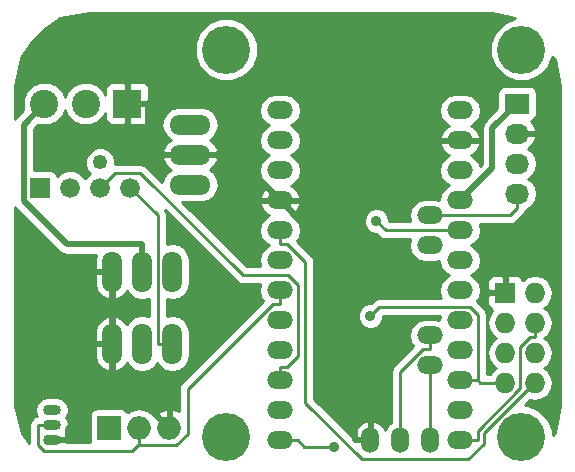
<source format=gbl>
G04 #@! TF.FileFunction,Copper,L2,Bot,Signal*
%FSLAX46Y46*%
G04 Gerber Fmt 4.6, Leading zero omitted, Abs format (unit mm)*
G04 Created by KiCad (PCBNEW 4.0.2-stable) date Samedi 23 avril 2016 19:09:36*
%MOMM*%
G01*
G04 APERTURE LIST*
%ADD10C,0.100000*%
%ADD11O,2.199640X1.501140*%
%ADD12O,1.501140X2.199640*%
%ADD13C,4.064000*%
%ADD14O,1.699260X3.500120*%
%ADD15O,3.500120X1.699260*%
%ADD16O,1.501140X0.899160*%
%ADD17O,1.727200X1.727200*%
%ADD18R,1.727200X1.727200*%
%ADD19R,2.032000X1.727200*%
%ADD20O,2.032000X1.727200*%
%ADD21R,1.676400X1.676400*%
%ADD22C,1.676400*%
%ADD23C,1.250000*%
%ADD24O,1.998980X1.998980*%
%ADD25R,1.998980X1.998980*%
%ADD26C,2.400000*%
%ADD27R,2.400000X2.400000*%
%ADD28C,0.889000*%
%ADD29C,0.508000*%
%ADD30C,0.254000*%
G04 APERTURE END LIST*
D10*
D11*
X156202000Y-61536000D03*
X156202000Y-64076000D03*
X143502000Y-42486000D03*
X143502000Y-45026000D03*
X143502000Y-47566000D03*
X143502000Y-50106000D03*
X143502000Y-52646000D03*
X143502000Y-55186000D03*
X143502000Y-57726000D03*
X143502000Y-60266000D03*
X143502000Y-62806000D03*
X143502000Y-65346000D03*
X143502000Y-67886000D03*
X143502000Y-70426000D03*
X158742000Y-70426000D03*
X158742000Y-67886000D03*
X158742000Y-65346000D03*
X158742000Y-62806000D03*
X158742000Y-60266000D03*
X158742000Y-57726000D03*
X158742000Y-55186000D03*
X158742000Y-52646000D03*
X158742000Y-50106000D03*
X158742000Y-47566000D03*
X158742000Y-45026000D03*
X158742000Y-42486000D03*
X156202000Y-53916000D03*
X156202000Y-51376000D03*
D12*
X156202000Y-70426000D03*
X153662000Y-70426000D03*
X151122000Y-70426000D03*
D13*
X163938000Y-37338000D03*
X138938000Y-37338000D03*
D14*
X131826000Y-56134000D03*
X134366000Y-56134000D03*
X129286000Y-56134000D03*
X131826000Y-62230000D03*
X134366000Y-62230000D03*
X129286000Y-62230000D03*
D15*
X135890000Y-46228000D03*
X135890000Y-43688000D03*
X135890000Y-48768000D03*
D16*
X124206000Y-69088000D03*
X124206000Y-67818000D03*
X124206000Y-70358000D03*
D13*
X138938000Y-70104000D03*
X163938000Y-70104000D03*
D17*
X162560000Y-65532000D03*
X165100000Y-65532000D03*
X162560000Y-62992000D03*
X165100000Y-62992000D03*
X162560000Y-60452000D03*
X165100000Y-60452000D03*
D18*
X162560000Y-57912000D03*
D17*
X165100000Y-57912000D03*
D19*
X163576000Y-41910000D03*
D20*
X163576000Y-44450000D03*
X163576000Y-46990000D03*
X163576000Y-49530000D03*
D21*
X123190000Y-49022000D03*
D22*
X125730000Y-49022000D03*
X128270000Y-49022000D03*
X130810000Y-49022000D03*
D23*
X128270000Y-46862000D03*
D24*
X134112000Y-69342000D03*
D25*
X129032000Y-69342000D03*
D24*
X131572000Y-69342000D03*
D26*
X127056000Y-41910000D03*
X123556000Y-41910000D03*
D27*
X130556000Y-41910000D03*
D28*
X148111900Y-70970000D03*
X151161600Y-59884700D03*
X151667600Y-51858400D03*
D29*
X161484900Y-44001100D02*
X163576000Y-41910000D01*
X161484900Y-47363100D02*
X161484900Y-44001100D01*
X158742000Y-50106000D02*
X161484900Y-47363100D01*
X132315100Y-44962300D02*
X133580800Y-46228000D01*
X132315100Y-41910000D02*
X132315100Y-44962300D01*
X130556000Y-41910000D02*
X132315100Y-41910000D01*
X135890000Y-46228000D02*
X133580800Y-46228000D01*
X139624000Y-46228000D02*
X143502000Y-50106000D01*
X135890000Y-46228000D02*
X139624000Y-46228000D01*
X149812300Y-56416300D02*
X149812300Y-70426000D01*
X143502000Y-50106000D02*
X149812300Y-56416300D01*
X151122000Y-70426000D02*
X149812300Y-70426000D01*
X129286000Y-56134000D02*
X129286000Y-62230000D01*
X129286000Y-62230000D02*
X129286000Y-64539200D01*
X124206000Y-70358000D02*
X125515700Y-70358000D01*
X129286000Y-64539200D02*
X129853000Y-65106200D01*
X129876200Y-65106200D02*
X129853000Y-65106200D01*
X134112000Y-69342000D02*
X129876200Y-65106200D01*
X125515700Y-69443500D02*
X125515700Y-70358000D01*
X129853000Y-65106200D02*
X125515700Y-69443500D01*
D30*
X155588300Y-62667900D02*
X156202000Y-62667900D01*
X153662000Y-64594200D02*
X155588300Y-62667900D01*
X153662000Y-70426000D02*
X153662000Y-64594200D01*
X156202000Y-61536000D02*
X156202000Y-62667900D01*
X156202000Y-70426000D02*
X156202000Y-64076000D01*
X144115700Y-53777900D02*
X143502000Y-53777900D01*
X145654200Y-55316400D02*
X144115700Y-53777900D01*
X145654200Y-67244300D02*
X145654200Y-55316400D01*
X150425300Y-72015400D02*
X145654200Y-67244300D01*
X159442300Y-72015400D02*
X150425300Y-72015400D01*
X160769600Y-70688100D02*
X159442300Y-72015400D01*
X160769600Y-69804000D02*
X160769600Y-70688100D01*
X165041600Y-65532000D02*
X160769600Y-69804000D01*
X165100000Y-65532000D02*
X165041600Y-65532000D01*
X143502000Y-52646000D02*
X143502000Y-53777900D01*
X133135100Y-51347100D02*
X130810000Y-49022000D01*
X133135100Y-62230000D02*
X133135100Y-51347100D01*
X134366000Y-62230000D02*
X133135100Y-62230000D01*
X144115700Y-64214100D02*
X143502000Y-64214100D01*
X145027900Y-63301900D02*
X144115700Y-64214100D01*
X145027900Y-57300300D02*
X145027900Y-63301900D01*
X144183600Y-56456000D02*
X145027900Y-57300300D01*
X140360300Y-56456000D02*
X144183600Y-56456000D01*
X131678000Y-47773700D02*
X140360300Y-56456000D01*
X129518300Y-47773700D02*
X131678000Y-47773700D01*
X128270000Y-49022000D02*
X129518300Y-47773700D01*
X143502000Y-65346000D02*
X143502000Y-64214100D01*
X143502000Y-70426000D02*
X144983200Y-70426000D01*
X145527200Y-70970000D02*
X144983200Y-70426000D01*
X148111900Y-70970000D02*
X145527200Y-70970000D01*
X160223200Y-69631400D02*
X160223200Y-70426000D01*
X163855100Y-65999500D02*
X160223200Y-69631400D01*
X163855100Y-62474900D02*
X163855100Y-65999500D01*
X164633100Y-61696900D02*
X163855100Y-62474900D01*
X165100000Y-61696900D02*
X164633100Y-61696900D01*
X165100000Y-60452000D02*
X165100000Y-61696900D01*
X158742000Y-70426000D02*
X160223200Y-70426000D01*
X158742000Y-65346000D02*
X160223200Y-65346000D01*
X160409200Y-65532000D02*
X160223200Y-65346000D01*
X162560000Y-65532000D02*
X160409200Y-65532000D01*
X151923100Y-59123200D02*
X151161600Y-59884700D01*
X159571100Y-59123200D02*
X151923100Y-59123200D01*
X160223200Y-59775300D02*
X159571100Y-59123200D01*
X160223200Y-65346000D02*
X160223200Y-59775300D01*
X152455200Y-52646000D02*
X158742000Y-52646000D01*
X151667600Y-51858400D02*
X152455200Y-52646000D01*
D29*
X125443700Y-53824800D02*
X131826000Y-53824800D01*
X121792600Y-50173700D02*
X125443700Y-53824800D01*
X121792600Y-43673400D02*
X121792600Y-50173700D01*
X123556000Y-41910000D02*
X121792600Y-43673400D01*
X131826000Y-56134000D02*
X131826000Y-53824800D01*
D30*
X131572000Y-69342000D02*
X131572000Y-70695000D01*
X143502000Y-57726000D02*
X143502000Y-58857900D01*
X131688700Y-70811700D02*
X131572000Y-70695000D01*
X134733200Y-70811700D02*
X131688700Y-70811700D01*
X135689300Y-69855600D02*
X134733200Y-70811700D01*
X135689300Y-66104600D02*
X135689300Y-69855600D01*
X142936000Y-58857900D02*
X135689300Y-66104600D01*
X143502000Y-58857900D02*
X142936000Y-58857900D01*
X124206000Y-69088000D02*
X123074100Y-69088000D01*
X123011900Y-69150200D02*
X123074100Y-69088000D01*
X123011900Y-70768500D02*
X123011900Y-69150200D01*
X123530600Y-71287200D02*
X123011900Y-70768500D01*
X130979800Y-71287200D02*
X123530600Y-71287200D01*
X131572000Y-70695000D02*
X130979800Y-71287200D01*
X163576000Y-49530000D02*
X163576000Y-50774900D01*
X162974900Y-51376000D02*
X156202000Y-51376000D01*
X163576000Y-50774900D02*
X162974900Y-51376000D01*
G36*
X121163982Y-50802318D02*
X124815082Y-54453418D01*
X125103494Y-54646129D01*
X125443700Y-54713800D01*
X127915030Y-54713800D01*
X127801370Y-55106570D01*
X127801370Y-56007000D01*
X129159000Y-56007000D01*
X129159000Y-55987000D01*
X129413000Y-55987000D01*
X129413000Y-56007000D01*
X129433000Y-56007000D01*
X129433000Y-56261000D01*
X129413000Y-56261000D01*
X129413000Y-58354214D01*
X129642832Y-58475540D01*
X129736810Y-58454649D01*
X130245989Y-58174024D01*
X130550484Y-57793127D01*
X130776208Y-58130948D01*
X131257857Y-58452775D01*
X131826000Y-58565786D01*
X132373100Y-58456961D01*
X132373100Y-59907039D01*
X131826000Y-59798214D01*
X131257857Y-59911225D01*
X130776208Y-60233052D01*
X130550484Y-60570873D01*
X130245989Y-60189976D01*
X129736810Y-59909351D01*
X129642832Y-59888460D01*
X129413000Y-60009786D01*
X129413000Y-62103000D01*
X129433000Y-62103000D01*
X129433000Y-62357000D01*
X129413000Y-62357000D01*
X129413000Y-64450214D01*
X129642832Y-64571540D01*
X129736810Y-64550649D01*
X130245989Y-64270024D01*
X130550484Y-63889127D01*
X130776208Y-64226948D01*
X131257857Y-64548775D01*
X131826000Y-64661786D01*
X132394143Y-64548775D01*
X132875792Y-64226948D01*
X133096000Y-63897383D01*
X133316208Y-64226948D01*
X133797857Y-64548775D01*
X134366000Y-64661786D01*
X134934143Y-64548775D01*
X135415792Y-64226948D01*
X135737619Y-63745299D01*
X135850630Y-63177156D01*
X135850630Y-61282844D01*
X135737619Y-60714701D01*
X135415792Y-60233052D01*
X134934143Y-59911225D01*
X134366000Y-59798214D01*
X133897100Y-59891484D01*
X133897100Y-58472516D01*
X134366000Y-58565786D01*
X134934143Y-58452775D01*
X135415792Y-58130948D01*
X135737619Y-57649299D01*
X135850630Y-57081156D01*
X135850630Y-55186844D01*
X135737619Y-54618701D01*
X135415792Y-54137052D01*
X134934143Y-53815225D01*
X134366000Y-53702214D01*
X133897100Y-53795484D01*
X133897100Y-51347100D01*
X133839096Y-51055495D01*
X133752369Y-50925699D01*
X139821484Y-56994815D01*
X139950703Y-57081156D01*
X140068695Y-57159996D01*
X140360300Y-57218000D01*
X141834240Y-57218000D01*
X141733193Y-57726000D01*
X141838663Y-58256235D01*
X142087550Y-58628720D01*
X135150485Y-65565785D01*
X134985304Y-65812995D01*
X134927300Y-66104600D01*
X134927300Y-67952484D01*
X134492355Y-67752373D01*
X134239000Y-67871193D01*
X134239000Y-69215000D01*
X134259000Y-69215000D01*
X134259000Y-69469000D01*
X134239000Y-69469000D01*
X134239000Y-69489000D01*
X133985000Y-69489000D01*
X133985000Y-69469000D01*
X133965000Y-69469000D01*
X133965000Y-69215000D01*
X133985000Y-69215000D01*
X133985000Y-67871193D01*
X133731645Y-67752373D01*
X133152274Y-68018932D01*
X132859379Y-68335300D01*
X132759781Y-68186241D01*
X132229514Y-67831928D01*
X131604022Y-67707510D01*
X131539978Y-67707510D01*
X130914486Y-67831928D01*
X130594923Y-68045453D01*
X130495580Y-67891069D01*
X130283380Y-67746079D01*
X130031490Y-67695070D01*
X128032510Y-67695070D01*
X127797193Y-67739348D01*
X127581069Y-67878420D01*
X127436079Y-68090620D01*
X127385070Y-68342510D01*
X127385070Y-70341490D01*
X127419637Y-70525200D01*
X125454630Y-70525200D01*
X125424068Y-70485000D01*
X124333000Y-70485000D01*
X124333000Y-70505000D01*
X124079000Y-70505000D01*
X124079000Y-70485000D01*
X124059000Y-70485000D01*
X124059000Y-70231000D01*
X124079000Y-70231000D01*
X124079000Y-70211000D01*
X124333000Y-70211000D01*
X124333000Y-70231000D01*
X125424068Y-70231000D01*
X125550981Y-70064065D01*
X125386359Y-69727238D01*
X125536156Y-69503051D01*
X125618715Y-69088000D01*
X125536156Y-68672949D01*
X125389191Y-68453000D01*
X125536156Y-68233051D01*
X125618715Y-67818000D01*
X125536156Y-67402949D01*
X125301049Y-67051086D01*
X124949186Y-66815979D01*
X124534135Y-66733420D01*
X123877865Y-66733420D01*
X123462814Y-66815979D01*
X123110951Y-67051086D01*
X122875844Y-67402949D01*
X122793285Y-67818000D01*
X122875844Y-68233051D01*
X122953923Y-68349905D01*
X122782495Y-68384004D01*
X122535285Y-68549185D01*
X122473085Y-68611385D01*
X122307904Y-68858595D01*
X122249900Y-69150200D01*
X122249900Y-70634174D01*
X121630408Y-69780032D01*
X121081000Y-67483214D01*
X121081000Y-62357000D01*
X127801370Y-62357000D01*
X127801370Y-63257430D01*
X127962982Y-63815906D01*
X128326011Y-64270024D01*
X128835190Y-64550649D01*
X128929168Y-64571540D01*
X129159000Y-64450214D01*
X129159000Y-62357000D01*
X127801370Y-62357000D01*
X121081000Y-62357000D01*
X121081000Y-61202570D01*
X127801370Y-61202570D01*
X127801370Y-62103000D01*
X129159000Y-62103000D01*
X129159000Y-60009786D01*
X128929168Y-59888460D01*
X128835190Y-59909351D01*
X128326011Y-60189976D01*
X127962982Y-60644094D01*
X127801370Y-61202570D01*
X121081000Y-61202570D01*
X121081000Y-56261000D01*
X127801370Y-56261000D01*
X127801370Y-57161430D01*
X127962982Y-57719906D01*
X128326011Y-58174024D01*
X128835190Y-58454649D01*
X128929168Y-58475540D01*
X129159000Y-58354214D01*
X129159000Y-56261000D01*
X127801370Y-56261000D01*
X121081000Y-56261000D01*
X121081000Y-50678126D01*
X121163982Y-50802318D01*
X121163982Y-50802318D01*
G37*
X121163982Y-50802318D02*
X124815082Y-54453418D01*
X125103494Y-54646129D01*
X125443700Y-54713800D01*
X127915030Y-54713800D01*
X127801370Y-55106570D01*
X127801370Y-56007000D01*
X129159000Y-56007000D01*
X129159000Y-55987000D01*
X129413000Y-55987000D01*
X129413000Y-56007000D01*
X129433000Y-56007000D01*
X129433000Y-56261000D01*
X129413000Y-56261000D01*
X129413000Y-58354214D01*
X129642832Y-58475540D01*
X129736810Y-58454649D01*
X130245989Y-58174024D01*
X130550484Y-57793127D01*
X130776208Y-58130948D01*
X131257857Y-58452775D01*
X131826000Y-58565786D01*
X132373100Y-58456961D01*
X132373100Y-59907039D01*
X131826000Y-59798214D01*
X131257857Y-59911225D01*
X130776208Y-60233052D01*
X130550484Y-60570873D01*
X130245989Y-60189976D01*
X129736810Y-59909351D01*
X129642832Y-59888460D01*
X129413000Y-60009786D01*
X129413000Y-62103000D01*
X129433000Y-62103000D01*
X129433000Y-62357000D01*
X129413000Y-62357000D01*
X129413000Y-64450214D01*
X129642832Y-64571540D01*
X129736810Y-64550649D01*
X130245989Y-64270024D01*
X130550484Y-63889127D01*
X130776208Y-64226948D01*
X131257857Y-64548775D01*
X131826000Y-64661786D01*
X132394143Y-64548775D01*
X132875792Y-64226948D01*
X133096000Y-63897383D01*
X133316208Y-64226948D01*
X133797857Y-64548775D01*
X134366000Y-64661786D01*
X134934143Y-64548775D01*
X135415792Y-64226948D01*
X135737619Y-63745299D01*
X135850630Y-63177156D01*
X135850630Y-61282844D01*
X135737619Y-60714701D01*
X135415792Y-60233052D01*
X134934143Y-59911225D01*
X134366000Y-59798214D01*
X133897100Y-59891484D01*
X133897100Y-58472516D01*
X134366000Y-58565786D01*
X134934143Y-58452775D01*
X135415792Y-58130948D01*
X135737619Y-57649299D01*
X135850630Y-57081156D01*
X135850630Y-55186844D01*
X135737619Y-54618701D01*
X135415792Y-54137052D01*
X134934143Y-53815225D01*
X134366000Y-53702214D01*
X133897100Y-53795484D01*
X133897100Y-51347100D01*
X133839096Y-51055495D01*
X133752369Y-50925699D01*
X139821484Y-56994815D01*
X139950703Y-57081156D01*
X140068695Y-57159996D01*
X140360300Y-57218000D01*
X141834240Y-57218000D01*
X141733193Y-57726000D01*
X141838663Y-58256235D01*
X142087550Y-58628720D01*
X135150485Y-65565785D01*
X134985304Y-65812995D01*
X134927300Y-66104600D01*
X134927300Y-67952484D01*
X134492355Y-67752373D01*
X134239000Y-67871193D01*
X134239000Y-69215000D01*
X134259000Y-69215000D01*
X134259000Y-69469000D01*
X134239000Y-69469000D01*
X134239000Y-69489000D01*
X133985000Y-69489000D01*
X133985000Y-69469000D01*
X133965000Y-69469000D01*
X133965000Y-69215000D01*
X133985000Y-69215000D01*
X133985000Y-67871193D01*
X133731645Y-67752373D01*
X133152274Y-68018932D01*
X132859379Y-68335300D01*
X132759781Y-68186241D01*
X132229514Y-67831928D01*
X131604022Y-67707510D01*
X131539978Y-67707510D01*
X130914486Y-67831928D01*
X130594923Y-68045453D01*
X130495580Y-67891069D01*
X130283380Y-67746079D01*
X130031490Y-67695070D01*
X128032510Y-67695070D01*
X127797193Y-67739348D01*
X127581069Y-67878420D01*
X127436079Y-68090620D01*
X127385070Y-68342510D01*
X127385070Y-70341490D01*
X127419637Y-70525200D01*
X125454630Y-70525200D01*
X125424068Y-70485000D01*
X124333000Y-70485000D01*
X124333000Y-70505000D01*
X124079000Y-70505000D01*
X124079000Y-70485000D01*
X124059000Y-70485000D01*
X124059000Y-70231000D01*
X124079000Y-70231000D01*
X124079000Y-70211000D01*
X124333000Y-70211000D01*
X124333000Y-70231000D01*
X125424068Y-70231000D01*
X125550981Y-70064065D01*
X125386359Y-69727238D01*
X125536156Y-69503051D01*
X125618715Y-69088000D01*
X125536156Y-68672949D01*
X125389191Y-68453000D01*
X125536156Y-68233051D01*
X125618715Y-67818000D01*
X125536156Y-67402949D01*
X125301049Y-67051086D01*
X124949186Y-66815979D01*
X124534135Y-66733420D01*
X123877865Y-66733420D01*
X123462814Y-66815979D01*
X123110951Y-67051086D01*
X122875844Y-67402949D01*
X122793285Y-67818000D01*
X122875844Y-68233051D01*
X122953923Y-68349905D01*
X122782495Y-68384004D01*
X122535285Y-68549185D01*
X122473085Y-68611385D01*
X122307904Y-68858595D01*
X122249900Y-69150200D01*
X122249900Y-70634174D01*
X121630408Y-69780032D01*
X121081000Y-67483214D01*
X121081000Y-62357000D01*
X127801370Y-62357000D01*
X127801370Y-63257430D01*
X127962982Y-63815906D01*
X128326011Y-64270024D01*
X128835190Y-64550649D01*
X128929168Y-64571540D01*
X129159000Y-64450214D01*
X129159000Y-62357000D01*
X127801370Y-62357000D01*
X121081000Y-62357000D01*
X121081000Y-61202570D01*
X127801370Y-61202570D01*
X127801370Y-62103000D01*
X129159000Y-62103000D01*
X129159000Y-60009786D01*
X128929168Y-59888460D01*
X128835190Y-59909351D01*
X128326011Y-60189976D01*
X127962982Y-60644094D01*
X127801370Y-61202570D01*
X121081000Y-61202570D01*
X121081000Y-56261000D01*
X127801370Y-56261000D01*
X127801370Y-57161430D01*
X127962982Y-57719906D01*
X128326011Y-58174024D01*
X128835190Y-58454649D01*
X128929168Y-58475540D01*
X129159000Y-58354214D01*
X129159000Y-56261000D01*
X127801370Y-56261000D01*
X121081000Y-56261000D01*
X121081000Y-50678126D01*
X121163982Y-50802318D01*
G36*
X163397413Y-34675668D02*
X162429239Y-35075709D01*
X161678345Y-35825293D01*
X161271464Y-36805173D01*
X161270538Y-37866172D01*
X161675709Y-38846761D01*
X162425293Y-39597655D01*
X163405173Y-40004536D01*
X164466172Y-40005462D01*
X165446761Y-39600291D01*
X166197655Y-38850707D01*
X166569728Y-37954655D01*
X166762713Y-38162485D01*
X166992974Y-39083531D01*
X167209000Y-40440198D01*
X167209000Y-67496533D01*
X166765379Y-69726765D01*
X166605121Y-69966609D01*
X166605462Y-69575828D01*
X166200291Y-68595239D01*
X165450707Y-67844345D01*
X164470827Y-67437464D01*
X164213991Y-67437240D01*
X164675675Y-66975556D01*
X165100000Y-67059959D01*
X165673489Y-66945885D01*
X166159670Y-66621029D01*
X166484526Y-66134848D01*
X166598600Y-65561359D01*
X166598600Y-65502641D01*
X166484526Y-64929152D01*
X166159670Y-64442971D01*
X165888828Y-64262000D01*
X166159670Y-64081029D01*
X166484526Y-63594848D01*
X166598600Y-63021359D01*
X166598600Y-62962641D01*
X166484526Y-62389152D01*
X166159670Y-61902971D01*
X165888828Y-61722000D01*
X166159670Y-61541029D01*
X166484526Y-61054848D01*
X166598600Y-60481359D01*
X166598600Y-60422641D01*
X166484526Y-59849152D01*
X166159670Y-59362971D01*
X165888828Y-59182000D01*
X166159670Y-59001029D01*
X166484526Y-58514848D01*
X166598600Y-57941359D01*
X166598600Y-57882641D01*
X166484526Y-57309152D01*
X166159670Y-56822971D01*
X165673489Y-56498115D01*
X165100000Y-56384041D01*
X164526511Y-56498115D01*
X164040330Y-56822971D01*
X164026263Y-56844023D01*
X163961927Y-56688702D01*
X163783299Y-56510073D01*
X163549910Y-56413400D01*
X162845750Y-56413400D01*
X162687000Y-56572150D01*
X162687000Y-57785000D01*
X162707000Y-57785000D01*
X162707000Y-58039000D01*
X162687000Y-58039000D01*
X162687000Y-58059000D01*
X162433000Y-58059000D01*
X162433000Y-58039000D01*
X161220150Y-58039000D01*
X161061400Y-58197750D01*
X161061400Y-58901909D01*
X161158073Y-59135298D01*
X161336701Y-59313927D01*
X161490526Y-59377644D01*
X161175474Y-59849152D01*
X161061400Y-60422641D01*
X161061400Y-60481359D01*
X161175474Y-61054848D01*
X161500330Y-61541029D01*
X161771172Y-61722000D01*
X161500330Y-61902971D01*
X161175474Y-62389152D01*
X161061400Y-62962641D01*
X161061400Y-63021359D01*
X161175474Y-63594848D01*
X161500330Y-64081029D01*
X161771172Y-64262000D01*
X161500330Y-64442971D01*
X161281816Y-64770000D01*
X160985200Y-64770000D01*
X160985200Y-59775300D01*
X160927196Y-59483695D01*
X160835114Y-59345885D01*
X160762016Y-59236485D01*
X160155569Y-58630039D01*
X160405337Y-58256235D01*
X160510807Y-57726000D01*
X160405337Y-57195765D01*
X160222474Y-56922091D01*
X161061400Y-56922091D01*
X161061400Y-57626250D01*
X161220150Y-57785000D01*
X162433000Y-57785000D01*
X162433000Y-56572150D01*
X162274250Y-56413400D01*
X161570090Y-56413400D01*
X161336701Y-56510073D01*
X161158073Y-56688702D01*
X161061400Y-56922091D01*
X160222474Y-56922091D01*
X160104983Y-56746254D01*
X159670588Y-56456000D01*
X160104983Y-56165746D01*
X160405337Y-55716235D01*
X160510807Y-55186000D01*
X160405337Y-54655765D01*
X160104983Y-54206254D01*
X159670588Y-53916000D01*
X160104983Y-53625746D01*
X160405337Y-53176235D01*
X160510807Y-52646000D01*
X160409760Y-52138000D01*
X162974900Y-52138000D01*
X163266505Y-52079996D01*
X163513715Y-51914815D01*
X164114816Y-51313715D01*
X164213834Y-51165523D01*
X164279996Y-51066505D01*
X164309238Y-50919498D01*
X164334234Y-50914526D01*
X164820415Y-50589670D01*
X165145271Y-50103489D01*
X165259345Y-49530000D01*
X165145271Y-48956511D01*
X164820415Y-48470330D01*
X164505634Y-48260000D01*
X164820415Y-48049670D01*
X165145271Y-47563489D01*
X165259345Y-46990000D01*
X165145271Y-46416511D01*
X164820415Y-45930330D01*
X164510931Y-45723539D01*
X164926732Y-45352036D01*
X165180709Y-44824791D01*
X165183358Y-44809026D01*
X165062217Y-44577000D01*
X163703000Y-44577000D01*
X163703000Y-44597000D01*
X163449000Y-44597000D01*
X163449000Y-44577000D01*
X163429000Y-44577000D01*
X163429000Y-44323000D01*
X163449000Y-44323000D01*
X163449000Y-44303000D01*
X163703000Y-44303000D01*
X163703000Y-44323000D01*
X165062217Y-44323000D01*
X165183358Y-44090974D01*
X165180709Y-44075209D01*
X164926732Y-43547964D01*
X164751155Y-43391093D01*
X164827317Y-43376762D01*
X165043441Y-43237690D01*
X165188431Y-43025490D01*
X165239440Y-42773600D01*
X165239440Y-41046400D01*
X165195162Y-40811083D01*
X165056090Y-40594959D01*
X164843890Y-40449969D01*
X164592000Y-40398960D01*
X162560000Y-40398960D01*
X162324683Y-40443238D01*
X162108559Y-40582310D01*
X161963569Y-40794510D01*
X161912560Y-41046400D01*
X161912560Y-42316204D01*
X160856282Y-43372482D01*
X160663571Y-43660894D01*
X160595900Y-44001100D01*
X160595900Y-46994864D01*
X160430167Y-47160597D01*
X160405337Y-47035765D01*
X160104983Y-46586254D01*
X159655472Y-46285900D01*
X159647928Y-46284399D01*
X159738817Y-46257499D01*
X160160798Y-45915944D01*
X160419950Y-45438903D01*
X160434133Y-45367275D01*
X160311479Y-45153000D01*
X158869000Y-45153000D01*
X158869000Y-45173000D01*
X158615000Y-45173000D01*
X158615000Y-45153000D01*
X157172521Y-45153000D01*
X157049867Y-45367275D01*
X157064050Y-45438903D01*
X157323202Y-45915944D01*
X157745183Y-46257499D01*
X157836072Y-46284399D01*
X157828528Y-46285900D01*
X157379017Y-46586254D01*
X157078663Y-47035765D01*
X156973193Y-47566000D01*
X157078663Y-48096235D01*
X157379017Y-48545746D01*
X157813412Y-48836000D01*
X157379017Y-49126254D01*
X157078663Y-49575765D01*
X156980541Y-50069061D01*
X156585237Y-49990430D01*
X155818763Y-49990430D01*
X155288528Y-50095900D01*
X154839017Y-50396254D01*
X154538663Y-50845765D01*
X154433193Y-51376000D01*
X154534240Y-51884000D01*
X152770831Y-51884000D01*
X152747099Y-51860269D01*
X152747287Y-51644616D01*
X152583289Y-51247711D01*
X152279886Y-50943778D01*
X151883268Y-50779087D01*
X151453816Y-50778713D01*
X151056911Y-50942711D01*
X150752978Y-51246114D01*
X150588287Y-51642732D01*
X150587913Y-52072184D01*
X150751911Y-52469089D01*
X151055314Y-52773022D01*
X151451932Y-52937713D01*
X151669472Y-52937902D01*
X151916385Y-53184816D01*
X152163596Y-53349997D01*
X152455200Y-53408000D01*
X154534240Y-53408000D01*
X154433193Y-53916000D01*
X154538663Y-54446235D01*
X154839017Y-54895746D01*
X155288528Y-55196100D01*
X155818763Y-55301570D01*
X156585237Y-55301570D01*
X156980541Y-55222939D01*
X157078663Y-55716235D01*
X157379017Y-56165746D01*
X157813412Y-56456000D01*
X157379017Y-56746254D01*
X157078663Y-57195765D01*
X156973193Y-57726000D01*
X157078663Y-58256235D01*
X157148798Y-58361200D01*
X151923100Y-58361200D01*
X151631495Y-58419204D01*
X151581253Y-58452775D01*
X151384285Y-58584384D01*
X151163468Y-58805201D01*
X150947816Y-58805013D01*
X150550911Y-58969011D01*
X150246978Y-59272414D01*
X150082287Y-59669032D01*
X150081913Y-60098484D01*
X150245911Y-60495389D01*
X150549314Y-60799322D01*
X150945932Y-60964013D01*
X151375384Y-60964387D01*
X151772289Y-60800389D01*
X152076222Y-60496986D01*
X152240913Y-60100368D01*
X152241100Y-59885200D01*
X157048939Y-59885200D01*
X156980541Y-60229061D01*
X156585237Y-60150430D01*
X155818763Y-60150430D01*
X155288528Y-60255900D01*
X154839017Y-60556254D01*
X154538663Y-61005765D01*
X154433193Y-61536000D01*
X154538663Y-62066235D01*
X154768444Y-62410126D01*
X153123185Y-64055385D01*
X152958004Y-64302595D01*
X152900000Y-64594200D01*
X152900000Y-68917524D01*
X152682254Y-69063017D01*
X152381900Y-69512528D01*
X152380399Y-69520072D01*
X152353499Y-69429183D01*
X152011944Y-69007202D01*
X151534903Y-68748050D01*
X151463275Y-68733867D01*
X151249000Y-68856521D01*
X151249000Y-70299000D01*
X151269000Y-70299000D01*
X151269000Y-70553000D01*
X151249000Y-70553000D01*
X151249000Y-70573000D01*
X150995000Y-70573000D01*
X150995000Y-70553000D01*
X150975000Y-70553000D01*
X150975000Y-70299000D01*
X150995000Y-70299000D01*
X150995000Y-68856521D01*
X150780725Y-68733867D01*
X150709097Y-68748050D01*
X150232056Y-69007202D01*
X149890501Y-69429183D01*
X149736430Y-69949750D01*
X149736430Y-70248899D01*
X146416200Y-66928670D01*
X146416200Y-55316400D01*
X146390262Y-55186000D01*
X146358197Y-55024796D01*
X146193016Y-54777585D01*
X144935556Y-53520126D01*
X145165337Y-53176235D01*
X145270807Y-52646000D01*
X145165337Y-52115765D01*
X144864983Y-51666254D01*
X144415472Y-51365900D01*
X144407928Y-51364399D01*
X144498817Y-51337499D01*
X144920798Y-50995944D01*
X145179950Y-50518903D01*
X145194133Y-50447275D01*
X145071479Y-50233000D01*
X143629000Y-50233000D01*
X143629000Y-50253000D01*
X143375000Y-50253000D01*
X143375000Y-50233000D01*
X141932521Y-50233000D01*
X141809867Y-50447275D01*
X141824050Y-50518903D01*
X142083202Y-50995944D01*
X142505183Y-51337499D01*
X142596072Y-51364399D01*
X142588528Y-51365900D01*
X142139017Y-51666254D01*
X141838663Y-52115765D01*
X141733193Y-52646000D01*
X141838663Y-53176235D01*
X142139017Y-53625746D01*
X142573412Y-53916000D01*
X142139017Y-54206254D01*
X141838663Y-54655765D01*
X141733193Y-55186000D01*
X141834240Y-55694000D01*
X140675931Y-55694000D01*
X135234560Y-50252630D01*
X136837156Y-50252630D01*
X137405299Y-50139619D01*
X137886948Y-49817792D01*
X138208775Y-49336143D01*
X138321786Y-48768000D01*
X138208775Y-48199857D01*
X137886948Y-47718208D01*
X137549127Y-47492484D01*
X137930024Y-47187989D01*
X138210649Y-46678810D01*
X138231540Y-46584832D01*
X138110214Y-46355000D01*
X136017000Y-46355000D01*
X136017000Y-46375000D01*
X135763000Y-46375000D01*
X135763000Y-46355000D01*
X133669786Y-46355000D01*
X133548460Y-46584832D01*
X133569351Y-46678810D01*
X133849976Y-47187989D01*
X134230873Y-47492484D01*
X133893052Y-47718208D01*
X133571225Y-48199857D01*
X133506613Y-48524683D01*
X132216815Y-47234885D01*
X132146630Y-47187989D01*
X131969605Y-47069704D01*
X131678000Y-47011700D01*
X129529870Y-47011700D01*
X129530218Y-46612470D01*
X129338799Y-46149200D01*
X128984665Y-45794447D01*
X128521729Y-45602219D01*
X128020470Y-45601782D01*
X127557200Y-45793201D01*
X127202447Y-46147335D01*
X127010219Y-46610271D01*
X127009782Y-47111530D01*
X127201201Y-47574800D01*
X127417466Y-47791443D01*
X127021810Y-48186409D01*
X127000225Y-48238392D01*
X126979647Y-48188589D01*
X126565591Y-47773810D01*
X126024323Y-47549056D01*
X125438248Y-47548545D01*
X124896589Y-47772353D01*
X124645402Y-48023102D01*
X124631362Y-47948483D01*
X124492290Y-47732359D01*
X124280090Y-47587369D01*
X124028200Y-47536360D01*
X122681600Y-47536360D01*
X122681600Y-44041636D01*
X123040416Y-43682820D01*
X123189395Y-43744681D01*
X123919403Y-43745318D01*
X124594086Y-43466545D01*
X125110730Y-42950801D01*
X125306135Y-42480215D01*
X125499455Y-42948086D01*
X126015199Y-43464730D01*
X126689395Y-43744681D01*
X127419403Y-43745318D01*
X128094086Y-43466545D01*
X128610730Y-42950801D01*
X128721000Y-42685242D01*
X128721000Y-43236310D01*
X128817673Y-43469699D01*
X128996302Y-43648327D01*
X129229691Y-43745000D01*
X130270250Y-43745000D01*
X130429000Y-43586250D01*
X130429000Y-42037000D01*
X130683000Y-42037000D01*
X130683000Y-43586250D01*
X130841750Y-43745000D01*
X131882309Y-43745000D01*
X132019919Y-43688000D01*
X133458214Y-43688000D01*
X133571225Y-44256143D01*
X133893052Y-44737792D01*
X134230873Y-44963516D01*
X133849976Y-45268011D01*
X133569351Y-45777190D01*
X133548460Y-45871168D01*
X133669786Y-46101000D01*
X135763000Y-46101000D01*
X135763000Y-46081000D01*
X136017000Y-46081000D01*
X136017000Y-46101000D01*
X138110214Y-46101000D01*
X138231540Y-45871168D01*
X138210649Y-45777190D01*
X137930024Y-45268011D01*
X137549127Y-44963516D01*
X137886948Y-44737792D01*
X138208775Y-44256143D01*
X138321786Y-43688000D01*
X138208775Y-43119857D01*
X137886948Y-42638208D01*
X137659153Y-42486000D01*
X141733193Y-42486000D01*
X141838663Y-43016235D01*
X142139017Y-43465746D01*
X142573412Y-43756000D01*
X142139017Y-44046254D01*
X141838663Y-44495765D01*
X141733193Y-45026000D01*
X141838663Y-45556235D01*
X142139017Y-46005746D01*
X142573412Y-46296000D01*
X142139017Y-46586254D01*
X141838663Y-47035765D01*
X141733193Y-47566000D01*
X141838663Y-48096235D01*
X142139017Y-48545746D01*
X142588528Y-48846100D01*
X142596072Y-48847601D01*
X142505183Y-48874501D01*
X142083202Y-49216056D01*
X141824050Y-49693097D01*
X141809867Y-49764725D01*
X141932521Y-49979000D01*
X143375000Y-49979000D01*
X143375000Y-49959000D01*
X143629000Y-49959000D01*
X143629000Y-49979000D01*
X145071479Y-49979000D01*
X145194133Y-49764725D01*
X145179950Y-49693097D01*
X144920798Y-49216056D01*
X144498817Y-48874501D01*
X144407928Y-48847601D01*
X144415472Y-48846100D01*
X144864983Y-48545746D01*
X145165337Y-48096235D01*
X145270807Y-47566000D01*
X145165337Y-47035765D01*
X144864983Y-46586254D01*
X144430588Y-46296000D01*
X144864983Y-46005746D01*
X145165337Y-45556235D01*
X145270807Y-45026000D01*
X145165337Y-44495765D01*
X144864983Y-44046254D01*
X144430588Y-43756000D01*
X144864983Y-43465746D01*
X145165337Y-43016235D01*
X145270807Y-42486000D01*
X156973193Y-42486000D01*
X157078663Y-43016235D01*
X157379017Y-43465746D01*
X157828528Y-43766100D01*
X157836072Y-43767601D01*
X157745183Y-43794501D01*
X157323202Y-44136056D01*
X157064050Y-44613097D01*
X157049867Y-44684725D01*
X157172521Y-44899000D01*
X158615000Y-44899000D01*
X158615000Y-44879000D01*
X158869000Y-44879000D01*
X158869000Y-44899000D01*
X160311479Y-44899000D01*
X160434133Y-44684725D01*
X160419950Y-44613097D01*
X160160798Y-44136056D01*
X159738817Y-43794501D01*
X159647928Y-43767601D01*
X159655472Y-43766100D01*
X160104983Y-43465746D01*
X160405337Y-43016235D01*
X160510807Y-42486000D01*
X160405337Y-41955765D01*
X160104983Y-41506254D01*
X159655472Y-41205900D01*
X159125237Y-41100430D01*
X158358763Y-41100430D01*
X157828528Y-41205900D01*
X157379017Y-41506254D01*
X157078663Y-41955765D01*
X156973193Y-42486000D01*
X145270807Y-42486000D01*
X145165337Y-41955765D01*
X144864983Y-41506254D01*
X144415472Y-41205900D01*
X143885237Y-41100430D01*
X143118763Y-41100430D01*
X142588528Y-41205900D01*
X142139017Y-41506254D01*
X141838663Y-41955765D01*
X141733193Y-42486000D01*
X137659153Y-42486000D01*
X137405299Y-42316381D01*
X136837156Y-42203370D01*
X134942844Y-42203370D01*
X134374701Y-42316381D01*
X133893052Y-42638208D01*
X133571225Y-43119857D01*
X133458214Y-43688000D01*
X132019919Y-43688000D01*
X132115698Y-43648327D01*
X132294327Y-43469699D01*
X132391000Y-43236310D01*
X132391000Y-42195750D01*
X132232250Y-42037000D01*
X130683000Y-42037000D01*
X130429000Y-42037000D01*
X130409000Y-42037000D01*
X130409000Y-41783000D01*
X130429000Y-41783000D01*
X130429000Y-40233750D01*
X130683000Y-40233750D01*
X130683000Y-41783000D01*
X132232250Y-41783000D01*
X132391000Y-41624250D01*
X132391000Y-40583690D01*
X132294327Y-40350301D01*
X132115698Y-40171673D01*
X131882309Y-40075000D01*
X130841750Y-40075000D01*
X130683000Y-40233750D01*
X130429000Y-40233750D01*
X130270250Y-40075000D01*
X129229691Y-40075000D01*
X128996302Y-40171673D01*
X128817673Y-40350301D01*
X128721000Y-40583690D01*
X128721000Y-41134395D01*
X128612545Y-40871914D01*
X128096801Y-40355270D01*
X127422605Y-40075319D01*
X126692597Y-40074682D01*
X126017914Y-40353455D01*
X125501270Y-40869199D01*
X125305865Y-41339785D01*
X125112545Y-40871914D01*
X124596801Y-40355270D01*
X123922605Y-40075319D01*
X123192597Y-40074682D01*
X122517914Y-40353455D01*
X122001270Y-40869199D01*
X121721319Y-41543395D01*
X121720682Y-42273403D01*
X121783450Y-42425314D01*
X121163982Y-43044782D01*
X121081000Y-43168973D01*
X121081000Y-40453467D01*
X121563290Y-38028832D01*
X121671975Y-37866172D01*
X136270538Y-37866172D01*
X136675709Y-38846761D01*
X137425293Y-39597655D01*
X138405173Y-40004536D01*
X139466172Y-40005462D01*
X140446761Y-39600291D01*
X141197655Y-38850707D01*
X141604536Y-37870827D01*
X141605462Y-36809828D01*
X141200291Y-35829239D01*
X140450707Y-35078345D01*
X139470827Y-34671464D01*
X138409828Y-34670538D01*
X137429239Y-35075709D01*
X136678345Y-35825293D01*
X136271464Y-36805173D01*
X136270538Y-37866172D01*
X121671975Y-37866172D01*
X122385907Y-36797699D01*
X123665699Y-35517907D01*
X124896832Y-34695290D01*
X127321467Y-34213000D01*
X161463214Y-34213000D01*
X163397413Y-34675668D01*
X163397413Y-34675668D01*
G37*
X163397413Y-34675668D02*
X162429239Y-35075709D01*
X161678345Y-35825293D01*
X161271464Y-36805173D01*
X161270538Y-37866172D01*
X161675709Y-38846761D01*
X162425293Y-39597655D01*
X163405173Y-40004536D01*
X164466172Y-40005462D01*
X165446761Y-39600291D01*
X166197655Y-38850707D01*
X166569728Y-37954655D01*
X166762713Y-38162485D01*
X166992974Y-39083531D01*
X167209000Y-40440198D01*
X167209000Y-67496533D01*
X166765379Y-69726765D01*
X166605121Y-69966609D01*
X166605462Y-69575828D01*
X166200291Y-68595239D01*
X165450707Y-67844345D01*
X164470827Y-67437464D01*
X164213991Y-67437240D01*
X164675675Y-66975556D01*
X165100000Y-67059959D01*
X165673489Y-66945885D01*
X166159670Y-66621029D01*
X166484526Y-66134848D01*
X166598600Y-65561359D01*
X166598600Y-65502641D01*
X166484526Y-64929152D01*
X166159670Y-64442971D01*
X165888828Y-64262000D01*
X166159670Y-64081029D01*
X166484526Y-63594848D01*
X166598600Y-63021359D01*
X166598600Y-62962641D01*
X166484526Y-62389152D01*
X166159670Y-61902971D01*
X165888828Y-61722000D01*
X166159670Y-61541029D01*
X166484526Y-61054848D01*
X166598600Y-60481359D01*
X166598600Y-60422641D01*
X166484526Y-59849152D01*
X166159670Y-59362971D01*
X165888828Y-59182000D01*
X166159670Y-59001029D01*
X166484526Y-58514848D01*
X166598600Y-57941359D01*
X166598600Y-57882641D01*
X166484526Y-57309152D01*
X166159670Y-56822971D01*
X165673489Y-56498115D01*
X165100000Y-56384041D01*
X164526511Y-56498115D01*
X164040330Y-56822971D01*
X164026263Y-56844023D01*
X163961927Y-56688702D01*
X163783299Y-56510073D01*
X163549910Y-56413400D01*
X162845750Y-56413400D01*
X162687000Y-56572150D01*
X162687000Y-57785000D01*
X162707000Y-57785000D01*
X162707000Y-58039000D01*
X162687000Y-58039000D01*
X162687000Y-58059000D01*
X162433000Y-58059000D01*
X162433000Y-58039000D01*
X161220150Y-58039000D01*
X161061400Y-58197750D01*
X161061400Y-58901909D01*
X161158073Y-59135298D01*
X161336701Y-59313927D01*
X161490526Y-59377644D01*
X161175474Y-59849152D01*
X161061400Y-60422641D01*
X161061400Y-60481359D01*
X161175474Y-61054848D01*
X161500330Y-61541029D01*
X161771172Y-61722000D01*
X161500330Y-61902971D01*
X161175474Y-62389152D01*
X161061400Y-62962641D01*
X161061400Y-63021359D01*
X161175474Y-63594848D01*
X161500330Y-64081029D01*
X161771172Y-64262000D01*
X161500330Y-64442971D01*
X161281816Y-64770000D01*
X160985200Y-64770000D01*
X160985200Y-59775300D01*
X160927196Y-59483695D01*
X160835114Y-59345885D01*
X160762016Y-59236485D01*
X160155569Y-58630039D01*
X160405337Y-58256235D01*
X160510807Y-57726000D01*
X160405337Y-57195765D01*
X160222474Y-56922091D01*
X161061400Y-56922091D01*
X161061400Y-57626250D01*
X161220150Y-57785000D01*
X162433000Y-57785000D01*
X162433000Y-56572150D01*
X162274250Y-56413400D01*
X161570090Y-56413400D01*
X161336701Y-56510073D01*
X161158073Y-56688702D01*
X161061400Y-56922091D01*
X160222474Y-56922091D01*
X160104983Y-56746254D01*
X159670588Y-56456000D01*
X160104983Y-56165746D01*
X160405337Y-55716235D01*
X160510807Y-55186000D01*
X160405337Y-54655765D01*
X160104983Y-54206254D01*
X159670588Y-53916000D01*
X160104983Y-53625746D01*
X160405337Y-53176235D01*
X160510807Y-52646000D01*
X160409760Y-52138000D01*
X162974900Y-52138000D01*
X163266505Y-52079996D01*
X163513715Y-51914815D01*
X164114816Y-51313715D01*
X164213834Y-51165523D01*
X164279996Y-51066505D01*
X164309238Y-50919498D01*
X164334234Y-50914526D01*
X164820415Y-50589670D01*
X165145271Y-50103489D01*
X165259345Y-49530000D01*
X165145271Y-48956511D01*
X164820415Y-48470330D01*
X164505634Y-48260000D01*
X164820415Y-48049670D01*
X165145271Y-47563489D01*
X165259345Y-46990000D01*
X165145271Y-46416511D01*
X164820415Y-45930330D01*
X164510931Y-45723539D01*
X164926732Y-45352036D01*
X165180709Y-44824791D01*
X165183358Y-44809026D01*
X165062217Y-44577000D01*
X163703000Y-44577000D01*
X163703000Y-44597000D01*
X163449000Y-44597000D01*
X163449000Y-44577000D01*
X163429000Y-44577000D01*
X163429000Y-44323000D01*
X163449000Y-44323000D01*
X163449000Y-44303000D01*
X163703000Y-44303000D01*
X163703000Y-44323000D01*
X165062217Y-44323000D01*
X165183358Y-44090974D01*
X165180709Y-44075209D01*
X164926732Y-43547964D01*
X164751155Y-43391093D01*
X164827317Y-43376762D01*
X165043441Y-43237690D01*
X165188431Y-43025490D01*
X165239440Y-42773600D01*
X165239440Y-41046400D01*
X165195162Y-40811083D01*
X165056090Y-40594959D01*
X164843890Y-40449969D01*
X164592000Y-40398960D01*
X162560000Y-40398960D01*
X162324683Y-40443238D01*
X162108559Y-40582310D01*
X161963569Y-40794510D01*
X161912560Y-41046400D01*
X161912560Y-42316204D01*
X160856282Y-43372482D01*
X160663571Y-43660894D01*
X160595900Y-44001100D01*
X160595900Y-46994864D01*
X160430167Y-47160597D01*
X160405337Y-47035765D01*
X160104983Y-46586254D01*
X159655472Y-46285900D01*
X159647928Y-46284399D01*
X159738817Y-46257499D01*
X160160798Y-45915944D01*
X160419950Y-45438903D01*
X160434133Y-45367275D01*
X160311479Y-45153000D01*
X158869000Y-45153000D01*
X158869000Y-45173000D01*
X158615000Y-45173000D01*
X158615000Y-45153000D01*
X157172521Y-45153000D01*
X157049867Y-45367275D01*
X157064050Y-45438903D01*
X157323202Y-45915944D01*
X157745183Y-46257499D01*
X157836072Y-46284399D01*
X157828528Y-46285900D01*
X157379017Y-46586254D01*
X157078663Y-47035765D01*
X156973193Y-47566000D01*
X157078663Y-48096235D01*
X157379017Y-48545746D01*
X157813412Y-48836000D01*
X157379017Y-49126254D01*
X157078663Y-49575765D01*
X156980541Y-50069061D01*
X156585237Y-49990430D01*
X155818763Y-49990430D01*
X155288528Y-50095900D01*
X154839017Y-50396254D01*
X154538663Y-50845765D01*
X154433193Y-51376000D01*
X154534240Y-51884000D01*
X152770831Y-51884000D01*
X152747099Y-51860269D01*
X152747287Y-51644616D01*
X152583289Y-51247711D01*
X152279886Y-50943778D01*
X151883268Y-50779087D01*
X151453816Y-50778713D01*
X151056911Y-50942711D01*
X150752978Y-51246114D01*
X150588287Y-51642732D01*
X150587913Y-52072184D01*
X150751911Y-52469089D01*
X151055314Y-52773022D01*
X151451932Y-52937713D01*
X151669472Y-52937902D01*
X151916385Y-53184816D01*
X152163596Y-53349997D01*
X152455200Y-53408000D01*
X154534240Y-53408000D01*
X154433193Y-53916000D01*
X154538663Y-54446235D01*
X154839017Y-54895746D01*
X155288528Y-55196100D01*
X155818763Y-55301570D01*
X156585237Y-55301570D01*
X156980541Y-55222939D01*
X157078663Y-55716235D01*
X157379017Y-56165746D01*
X157813412Y-56456000D01*
X157379017Y-56746254D01*
X157078663Y-57195765D01*
X156973193Y-57726000D01*
X157078663Y-58256235D01*
X157148798Y-58361200D01*
X151923100Y-58361200D01*
X151631495Y-58419204D01*
X151581253Y-58452775D01*
X151384285Y-58584384D01*
X151163468Y-58805201D01*
X150947816Y-58805013D01*
X150550911Y-58969011D01*
X150246978Y-59272414D01*
X150082287Y-59669032D01*
X150081913Y-60098484D01*
X150245911Y-60495389D01*
X150549314Y-60799322D01*
X150945932Y-60964013D01*
X151375384Y-60964387D01*
X151772289Y-60800389D01*
X152076222Y-60496986D01*
X152240913Y-60100368D01*
X152241100Y-59885200D01*
X157048939Y-59885200D01*
X156980541Y-60229061D01*
X156585237Y-60150430D01*
X155818763Y-60150430D01*
X155288528Y-60255900D01*
X154839017Y-60556254D01*
X154538663Y-61005765D01*
X154433193Y-61536000D01*
X154538663Y-62066235D01*
X154768444Y-62410126D01*
X153123185Y-64055385D01*
X152958004Y-64302595D01*
X152900000Y-64594200D01*
X152900000Y-68917524D01*
X152682254Y-69063017D01*
X152381900Y-69512528D01*
X152380399Y-69520072D01*
X152353499Y-69429183D01*
X152011944Y-69007202D01*
X151534903Y-68748050D01*
X151463275Y-68733867D01*
X151249000Y-68856521D01*
X151249000Y-70299000D01*
X151269000Y-70299000D01*
X151269000Y-70553000D01*
X151249000Y-70553000D01*
X151249000Y-70573000D01*
X150995000Y-70573000D01*
X150995000Y-70553000D01*
X150975000Y-70553000D01*
X150975000Y-70299000D01*
X150995000Y-70299000D01*
X150995000Y-68856521D01*
X150780725Y-68733867D01*
X150709097Y-68748050D01*
X150232056Y-69007202D01*
X149890501Y-69429183D01*
X149736430Y-69949750D01*
X149736430Y-70248899D01*
X146416200Y-66928670D01*
X146416200Y-55316400D01*
X146390262Y-55186000D01*
X146358197Y-55024796D01*
X146193016Y-54777585D01*
X144935556Y-53520126D01*
X145165337Y-53176235D01*
X145270807Y-52646000D01*
X145165337Y-52115765D01*
X144864983Y-51666254D01*
X144415472Y-51365900D01*
X144407928Y-51364399D01*
X144498817Y-51337499D01*
X144920798Y-50995944D01*
X145179950Y-50518903D01*
X145194133Y-50447275D01*
X145071479Y-50233000D01*
X143629000Y-50233000D01*
X143629000Y-50253000D01*
X143375000Y-50253000D01*
X143375000Y-50233000D01*
X141932521Y-50233000D01*
X141809867Y-50447275D01*
X141824050Y-50518903D01*
X142083202Y-50995944D01*
X142505183Y-51337499D01*
X142596072Y-51364399D01*
X142588528Y-51365900D01*
X142139017Y-51666254D01*
X141838663Y-52115765D01*
X141733193Y-52646000D01*
X141838663Y-53176235D01*
X142139017Y-53625746D01*
X142573412Y-53916000D01*
X142139017Y-54206254D01*
X141838663Y-54655765D01*
X141733193Y-55186000D01*
X141834240Y-55694000D01*
X140675931Y-55694000D01*
X135234560Y-50252630D01*
X136837156Y-50252630D01*
X137405299Y-50139619D01*
X137886948Y-49817792D01*
X138208775Y-49336143D01*
X138321786Y-48768000D01*
X138208775Y-48199857D01*
X137886948Y-47718208D01*
X137549127Y-47492484D01*
X137930024Y-47187989D01*
X138210649Y-46678810D01*
X138231540Y-46584832D01*
X138110214Y-46355000D01*
X136017000Y-46355000D01*
X136017000Y-46375000D01*
X135763000Y-46375000D01*
X135763000Y-46355000D01*
X133669786Y-46355000D01*
X133548460Y-46584832D01*
X133569351Y-46678810D01*
X133849976Y-47187989D01*
X134230873Y-47492484D01*
X133893052Y-47718208D01*
X133571225Y-48199857D01*
X133506613Y-48524683D01*
X132216815Y-47234885D01*
X132146630Y-47187989D01*
X131969605Y-47069704D01*
X131678000Y-47011700D01*
X129529870Y-47011700D01*
X129530218Y-46612470D01*
X129338799Y-46149200D01*
X128984665Y-45794447D01*
X128521729Y-45602219D01*
X128020470Y-45601782D01*
X127557200Y-45793201D01*
X127202447Y-46147335D01*
X127010219Y-46610271D01*
X127009782Y-47111530D01*
X127201201Y-47574800D01*
X127417466Y-47791443D01*
X127021810Y-48186409D01*
X127000225Y-48238392D01*
X126979647Y-48188589D01*
X126565591Y-47773810D01*
X126024323Y-47549056D01*
X125438248Y-47548545D01*
X124896589Y-47772353D01*
X124645402Y-48023102D01*
X124631362Y-47948483D01*
X124492290Y-47732359D01*
X124280090Y-47587369D01*
X124028200Y-47536360D01*
X122681600Y-47536360D01*
X122681600Y-44041636D01*
X123040416Y-43682820D01*
X123189395Y-43744681D01*
X123919403Y-43745318D01*
X124594086Y-43466545D01*
X125110730Y-42950801D01*
X125306135Y-42480215D01*
X125499455Y-42948086D01*
X126015199Y-43464730D01*
X126689395Y-43744681D01*
X127419403Y-43745318D01*
X128094086Y-43466545D01*
X128610730Y-42950801D01*
X128721000Y-42685242D01*
X128721000Y-43236310D01*
X128817673Y-43469699D01*
X128996302Y-43648327D01*
X129229691Y-43745000D01*
X130270250Y-43745000D01*
X130429000Y-43586250D01*
X130429000Y-42037000D01*
X130683000Y-42037000D01*
X130683000Y-43586250D01*
X130841750Y-43745000D01*
X131882309Y-43745000D01*
X132019919Y-43688000D01*
X133458214Y-43688000D01*
X133571225Y-44256143D01*
X133893052Y-44737792D01*
X134230873Y-44963516D01*
X133849976Y-45268011D01*
X133569351Y-45777190D01*
X133548460Y-45871168D01*
X133669786Y-46101000D01*
X135763000Y-46101000D01*
X135763000Y-46081000D01*
X136017000Y-46081000D01*
X136017000Y-46101000D01*
X138110214Y-46101000D01*
X138231540Y-45871168D01*
X138210649Y-45777190D01*
X137930024Y-45268011D01*
X137549127Y-44963516D01*
X137886948Y-44737792D01*
X138208775Y-44256143D01*
X138321786Y-43688000D01*
X138208775Y-43119857D01*
X137886948Y-42638208D01*
X137659153Y-42486000D01*
X141733193Y-42486000D01*
X141838663Y-43016235D01*
X142139017Y-43465746D01*
X142573412Y-43756000D01*
X142139017Y-44046254D01*
X141838663Y-44495765D01*
X141733193Y-45026000D01*
X141838663Y-45556235D01*
X142139017Y-46005746D01*
X142573412Y-46296000D01*
X142139017Y-46586254D01*
X141838663Y-47035765D01*
X141733193Y-47566000D01*
X141838663Y-48096235D01*
X142139017Y-48545746D01*
X142588528Y-48846100D01*
X142596072Y-48847601D01*
X142505183Y-48874501D01*
X142083202Y-49216056D01*
X141824050Y-49693097D01*
X141809867Y-49764725D01*
X141932521Y-49979000D01*
X143375000Y-49979000D01*
X143375000Y-49959000D01*
X143629000Y-49959000D01*
X143629000Y-49979000D01*
X145071479Y-49979000D01*
X145194133Y-49764725D01*
X145179950Y-49693097D01*
X144920798Y-49216056D01*
X144498817Y-48874501D01*
X144407928Y-48847601D01*
X144415472Y-48846100D01*
X144864983Y-48545746D01*
X145165337Y-48096235D01*
X145270807Y-47566000D01*
X145165337Y-47035765D01*
X144864983Y-46586254D01*
X144430588Y-46296000D01*
X144864983Y-46005746D01*
X145165337Y-45556235D01*
X145270807Y-45026000D01*
X145165337Y-44495765D01*
X144864983Y-44046254D01*
X144430588Y-43756000D01*
X144864983Y-43465746D01*
X145165337Y-43016235D01*
X145270807Y-42486000D01*
X156973193Y-42486000D01*
X157078663Y-43016235D01*
X157379017Y-43465746D01*
X157828528Y-43766100D01*
X157836072Y-43767601D01*
X157745183Y-43794501D01*
X157323202Y-44136056D01*
X157064050Y-44613097D01*
X157049867Y-44684725D01*
X157172521Y-44899000D01*
X158615000Y-44899000D01*
X158615000Y-44879000D01*
X158869000Y-44879000D01*
X158869000Y-44899000D01*
X160311479Y-44899000D01*
X160434133Y-44684725D01*
X160419950Y-44613097D01*
X160160798Y-44136056D01*
X159738817Y-43794501D01*
X159647928Y-43767601D01*
X159655472Y-43766100D01*
X160104983Y-43465746D01*
X160405337Y-43016235D01*
X160510807Y-42486000D01*
X160405337Y-41955765D01*
X160104983Y-41506254D01*
X159655472Y-41205900D01*
X159125237Y-41100430D01*
X158358763Y-41100430D01*
X157828528Y-41205900D01*
X157379017Y-41506254D01*
X157078663Y-41955765D01*
X156973193Y-42486000D01*
X145270807Y-42486000D01*
X145165337Y-41955765D01*
X144864983Y-41506254D01*
X144415472Y-41205900D01*
X143885237Y-41100430D01*
X143118763Y-41100430D01*
X142588528Y-41205900D01*
X142139017Y-41506254D01*
X141838663Y-41955765D01*
X141733193Y-42486000D01*
X137659153Y-42486000D01*
X137405299Y-42316381D01*
X136837156Y-42203370D01*
X134942844Y-42203370D01*
X134374701Y-42316381D01*
X133893052Y-42638208D01*
X133571225Y-43119857D01*
X133458214Y-43688000D01*
X132019919Y-43688000D01*
X132115698Y-43648327D01*
X132294327Y-43469699D01*
X132391000Y-43236310D01*
X132391000Y-42195750D01*
X132232250Y-42037000D01*
X130683000Y-42037000D01*
X130429000Y-42037000D01*
X130409000Y-42037000D01*
X130409000Y-41783000D01*
X130429000Y-41783000D01*
X130429000Y-40233750D01*
X130683000Y-40233750D01*
X130683000Y-41783000D01*
X132232250Y-41783000D01*
X132391000Y-41624250D01*
X132391000Y-40583690D01*
X132294327Y-40350301D01*
X132115698Y-40171673D01*
X131882309Y-40075000D01*
X130841750Y-40075000D01*
X130683000Y-40233750D01*
X130429000Y-40233750D01*
X130270250Y-40075000D01*
X129229691Y-40075000D01*
X128996302Y-40171673D01*
X128817673Y-40350301D01*
X128721000Y-40583690D01*
X128721000Y-41134395D01*
X128612545Y-40871914D01*
X128096801Y-40355270D01*
X127422605Y-40075319D01*
X126692597Y-40074682D01*
X126017914Y-40353455D01*
X125501270Y-40869199D01*
X125305865Y-41339785D01*
X125112545Y-40871914D01*
X124596801Y-40355270D01*
X123922605Y-40075319D01*
X123192597Y-40074682D01*
X122517914Y-40353455D01*
X122001270Y-40869199D01*
X121721319Y-41543395D01*
X121720682Y-42273403D01*
X121783450Y-42425314D01*
X121163982Y-43044782D01*
X121081000Y-43168973D01*
X121081000Y-40453467D01*
X121563290Y-38028832D01*
X121671975Y-37866172D01*
X136270538Y-37866172D01*
X136675709Y-38846761D01*
X137425293Y-39597655D01*
X138405173Y-40004536D01*
X139466172Y-40005462D01*
X140446761Y-39600291D01*
X141197655Y-38850707D01*
X141604536Y-37870827D01*
X141605462Y-36809828D01*
X141200291Y-35829239D01*
X140450707Y-35078345D01*
X139470827Y-34671464D01*
X138409828Y-34670538D01*
X137429239Y-35075709D01*
X136678345Y-35825293D01*
X136271464Y-36805173D01*
X136270538Y-37866172D01*
X121671975Y-37866172D01*
X122385907Y-36797699D01*
X123665699Y-35517907D01*
X124896832Y-34695290D01*
X127321467Y-34213000D01*
X161463214Y-34213000D01*
X163397413Y-34675668D01*
M02*

</source>
